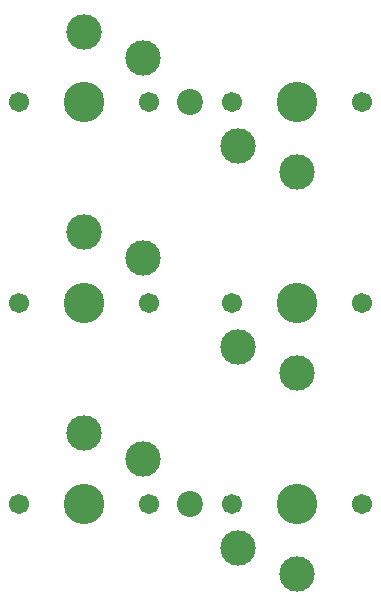
<source format=gbr>
%TF.GenerationSoftware,KiCad,Pcbnew,(7.0.0-0)*%
%TF.CreationDate,2023-06-08T17:13:47+08:00*%
%TF.ProjectId,thumb,7468756d-622e-46b6-9963-61645f706362,v1.0.0*%
%TF.SameCoordinates,Original*%
%TF.FileFunction,NonPlated,1,2,NPTH,Drill*%
%TF.FilePolarity,Positive*%
%FSLAX46Y46*%
G04 Gerber Fmt 4.6, Leading zero omitted, Abs format (unit mm)*
G04 Created by KiCad (PCBNEW (7.0.0-0)) date 2023-06-08 17:13:47*
%MOMM*%
%LPD*%
G01*
G04 APERTURE LIST*
%TA.AperFunction,ComponentDrill*%
%ADD10C,1.701800*%
%TD*%
%TA.AperFunction,ComponentDrill*%
%ADD11C,2.200000*%
%TD*%
%TA.AperFunction,ComponentDrill*%
%ADD12C,3.000000*%
%TD*%
%TA.AperFunction,ComponentDrill*%
%ADD13C,3.429000*%
%TD*%
G04 APERTURE END LIST*
D10*
%TO.C,S4*%
X-5500000Y34000000D03*
%TO.C,S5*%
X-5500000Y17000000D03*
%TO.C,S6*%
X-5500000Y0D03*
%TO.C,S4*%
X5500000Y34000000D03*
%TO.C,S5*%
X5500000Y17000000D03*
%TO.C,S6*%
X5500000Y0D03*
%TO.C,S1*%
X12500000Y34000000D03*
%TO.C,S2*%
X12500000Y17000000D03*
%TO.C,S3*%
X12500000Y0D03*
%TO.C,S1*%
X23500000Y34000000D03*
%TO.C,S2*%
X23500000Y17000000D03*
%TO.C,S3*%
X23500000Y0D03*
D11*
%TO.C,H1*%
X9000000Y34000000D03*
%TO.C,H2*%
X9000000Y0D03*
D12*
%TO.C,S4*%
X0Y39950000D03*
%TO.C,S5*%
X0Y22950000D03*
%TO.C,S6*%
X0Y5950000D03*
%TO.C,S4*%
X5000000Y37750000D03*
%TO.C,S5*%
X5000000Y20750000D03*
%TO.C,S6*%
X5000000Y3750000D03*
%TO.C,S1*%
X13000000Y30250000D03*
%TO.C,S2*%
X13000000Y13250000D03*
%TO.C,S3*%
X13000000Y-3750000D03*
%TO.C,S1*%
X18000000Y28050000D03*
%TO.C,S2*%
X18000000Y11050000D03*
%TO.C,S3*%
X18000000Y-5950000D03*
D13*
%TO.C,S4*%
X0Y34000000D03*
%TO.C,S5*%
X0Y17000000D03*
%TO.C,S6*%
X0Y0D03*
%TO.C,S1*%
X18000000Y34000000D03*
%TO.C,S2*%
X18000000Y17000000D03*
%TO.C,S3*%
X18000000Y0D03*
M02*

</source>
